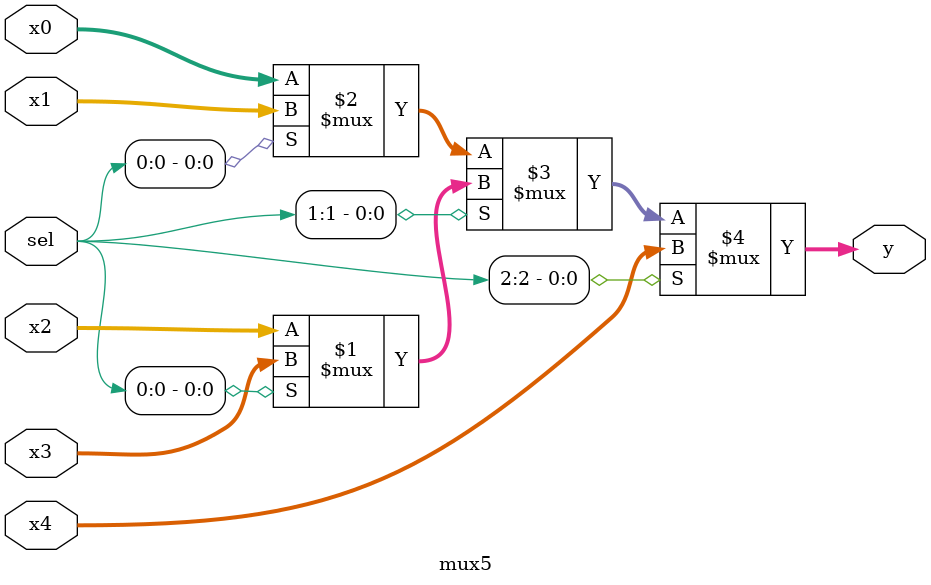
<source format=sv>
module mux5 #(parameter WIDTH=32) (
    input wire [WIDTH-1:0] x0, x1, x2, x3, x4,
    input wire [2:0] sel,

    output wire [WIDTH-1:0] y
);
    assign y = sel[2] ? x4 : 
                (sel[1] ? (sel[0] ?  x3 : x2) :
                          (sel[0] ?  x1 : x0));

endmodule

</source>
